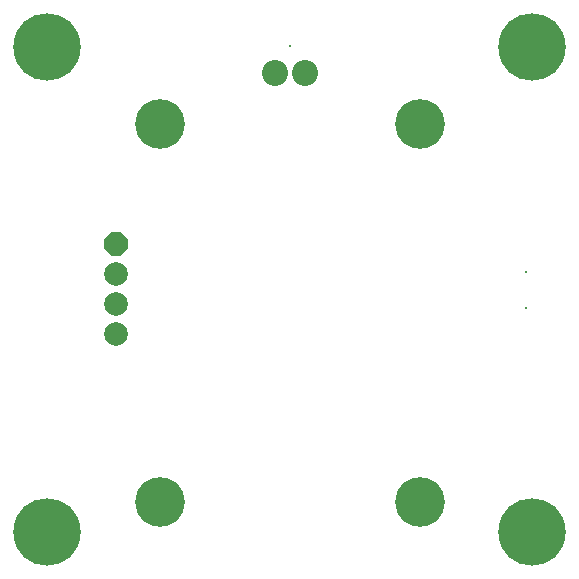
<source format=gbs>
G04 Layer_Color=16711935*
%FSLAX44Y44*%
%MOMM*%
G71*
G01*
G75*
%ADD27C,0.2032*%
%ADD28P,2.1683X8X292.5*%
%ADD29C,2.0032*%
%ADD30C,4.2032*%
%ADD31C,5.7032*%
G04:AMPARAMS|DCode=32|XSize=0.2032mm|YSize=0.2032mm|CornerRadius=0mm|HoleSize=0mm|Usage=FLASHONLY|Rotation=180.000|XOffset=0mm|YOffset=0mm|HoleType=Round|Shape=RoundedRectangle|*
%AMROUNDEDRECTD32*
21,1,0.2032,0.2032,0,0,180.0*
21,1,0.2032,0.2032,0,0,180.0*
1,1,0.0000,-0.1016,0.1016*
1,1,0.0000,0.1016,0.1016*
1,1,0.0000,0.1016,-0.1016*
1,1,0.0000,-0.1016,-0.1016*
%
%ADD32ROUNDEDRECTD32*%
%ADD33C,2.2032*%
D27*
X450000Y264605D02*
D03*
Y234605D02*
D03*
D28*
X103000Y288100D02*
D03*
D29*
Y262700D02*
D03*
Y237300D02*
D03*
Y211900D02*
D03*
D30*
X140000Y70000D02*
D03*
X360000D02*
D03*
Y390000D02*
D03*
X140000D02*
D03*
D31*
X45000Y455000D02*
D03*
X455000D02*
D03*
X45000Y45000D02*
D03*
X455000D02*
D03*
D32*
X250000Y456000D02*
D03*
D33*
X237300Y433200D02*
D03*
X262700D02*
D03*
M02*

</source>
